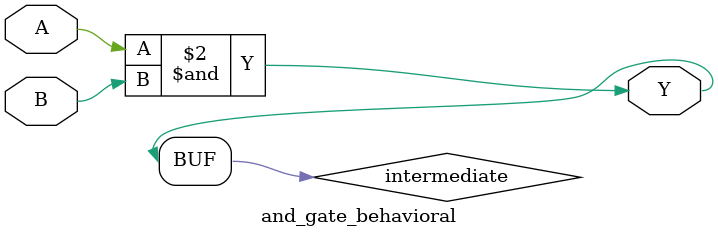
<source format=v>
module and_gate_behavioral(output reg Y, input A, input B);
    // First combinational block calculates the intermediate AND result.
    reg intermediate;
    always @(A or B) begin
        intermediate = A & B;  // CRITICAL: original critical path logic partitioned here
    end

    // Second combinational block registers the intermediate to output.
    always @(intermediate) begin
        Y = intermediate;
    end
endmodule

</source>
